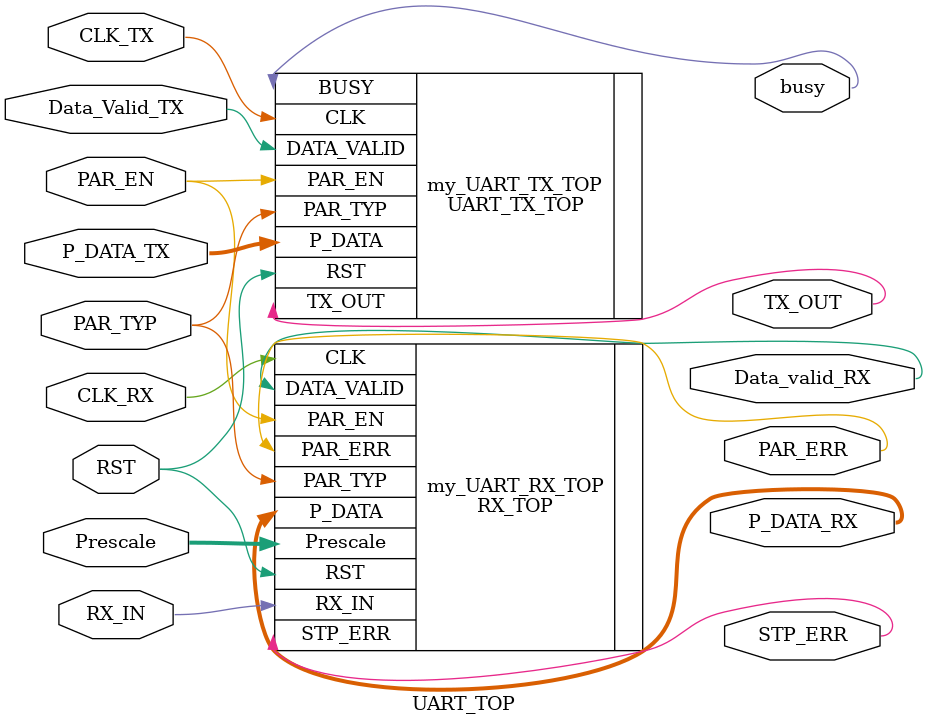
<source format=v>


module UART_TOP #(parameter PRESCALER_WIDTH= 5)
(
    input                             RST,   
    input                             CLK_TX, 
    input                             CLK_RX, 
    input                             RX_IN, 
    input                             Data_Valid_TX, 
    input                             PAR_EN,
    input                             PAR_TYP,
    input  [7:0]                      P_DATA_TX, 
    input  [PRESCALER_WIDTH-1:0]      Prescale, 
    output                            Data_valid_RX, 
    output                            TX_OUT, 
    output                            busy,
    output [7:0]                      P_DATA_RX,
    output                            STP_ERR,  // added both signals to output port
    output                            PAR_ERR
);




  //instantiate modules
  UART_TX_TOP my_UART_TX_TOP (
      .P_DATA(P_DATA_TX),
      .DATA_VALID(Data_Valid_TX),
      .PAR_TYP(PAR_TYP),
      .PAR_EN(PAR_EN),
      .CLK(CLK_TX),
      .RST(RST),
      .BUSY(busy),
      .TX_OUT(TX_OUT)
  );



  RX_TOP #(.PRESCALER_WIDTH(PRESCALER_WIDTH)) my_UART_RX_TOP (
      .CLK(CLK_RX),
      .RST(RST),
      .PAR_TYP(PAR_TYP),
      .PAR_EN(PAR_EN),
      .Prescale(Prescale),
      .RX_IN(RX_IN),
      .DATA_VALID(Data_valid_RX),
      .P_DATA(P_DATA_RX),
      .STP_ERR(STP_ERR),
      .PAR_ERR(PAR_ERR)
  );




endmodule

</source>
